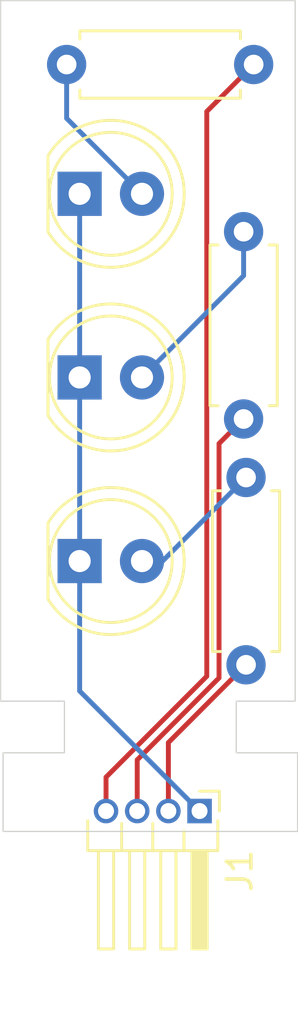
<source format=kicad_pcb>
(kicad_pcb (version 20241229) (generator "pcbnew") (generator_version "9.0")
  (layers (0 "F.Cu" signal) (2 "B.Cu" signal) (13 "F.Paste" user) (15 "B.Paste" user) (5 "F.SilkS" user "F.Silkscreen") (7 "B.SilkS" user "B.Silkscreen") (1 "F.Mask" user) (3 "B.Mask" user) (25 "Edge.Cuts" user))
  (net 0 "")
  (net 1 "Net-(D1-A)")
  (net 2 "Net-(D2-A)")
  (net 3 "Net-(D3-A)")
  (net 4 "Net-(D1-K)")
  (net 5 "Net-(J1-Pin_4)")
  (net 6 "Net-(J1-Pin_3)")
  (net 7 "Net-(J1-Pin_2)")
  (footprint "LED_THT:LED_D5.0mm_Clear" (layer "F.Cu") (at 54.72 73.33)
    (property "Reference" "D2" (hide yes))
    (property "Value" "LED" (hide yes))
    (fp_line (start -1.29 -1.545) (end -1.29 1.545) (stroke (width 0.12)) (layer "F.SilkS"))
    (fp_arc (start -1.29 -1.54483) (mid 2.071779 -2.880495) (end 4.26 0) (stroke (width 0.12)) (layer "F.SilkS"))
    (fp_arc (start 4.26 0) (mid 2.071779 2.880495) (end -1.29 1.54483) (stroke (width 0.12)) (layer "F.SilkS"))
    (fp_circle (center 1.27 0) (end 3.77 0) (stroke (width 0.12)) (fill no) (layer "F.SilkS"))
    (pad "1" thru_hole rect (at 0 0) (size 1.8 1.8) (drill 0.9) (layers "*.Cu" "*.Mask") (net 4 "Net-(D1-K)"))
    (pad "2" thru_hole circle (at 2.54 0) (size 1.8 1.8) (drill 0.9) (layers "*.Cu" "*.Mask") (net 2 "Net-(D2-A)"))
  )
  (footprint "Resistor_THT:R_Axial_DIN0207_L6.3mm_D2.5mm_P7.62mm_Horizontal" (layer "F.Cu") (at 61.4 67.4 -90)
    (property "Reference" "R2" (hide yes))
    (property "Value" "150" (hide yes))
    (fp_line (start 0.54 1.37) (end 7.08 1.37) (stroke (width 0.12)) (layer "F.SilkS"))
    (fp_line (start 7.08 1.37) (end 7.08 1.04) (stroke (width 0.12)) (layer "F.SilkS"))
    (fp_line (start 0.54 1.04) (end 0.54 1.37) (stroke (width 0.12)) (layer "F.SilkS"))
    (fp_line (start 0.54 -1.04) (end 0.54 -1.37) (stroke (width 0.12)) (layer "F.SilkS"))
    (fp_line (start 0.54 -1.37) (end 7.08 -1.37) (stroke (width 0.12)) (layer "F.SilkS"))
    (fp_line (start 7.08 -1.37) (end 7.08 -1.04) (stroke (width 0.12)) (layer "F.SilkS"))
    (pad "1" thru_hole circle (at 0 0 270) (size 1.6 1.6) (drill 0.8) (layers "*.Cu" "*.Mask") (net 2 "Net-(D2-A)"))
    (pad "2" thru_hole circle (at 7.62 0 270) (size 1.6 1.6) (drill 0.8) (layers "*.Cu" "*.Mask") (net 6 "Net-(J1-Pin_3)"))
  )
  (footprint "LED_THT:LED_D5.0mm_Clear" (layer "F.Cu") (at 54.72 65.86)
    (property "Reference" "D1" (hide yes))
    (property "Value" "LED" (hide yes))
    (fp_line (start -1.29 -1.545) (end -1.29 1.545) (stroke (width 0.12)) (layer "F.SilkS"))
    (fp_arc (start -1.29 -1.54483) (mid 2.071779 -2.880495) (end 4.26 0) (stroke (width 0.12)) (layer "F.SilkS"))
    (fp_arc (start 4.26 0) (mid 2.071779 2.880495) (end -1.29 1.54483) (stroke (width 0.12)) (layer "F.SilkS"))
    (fp_circle (center 1.27 0) (end 3.77 0) (stroke (width 0.12)) (fill no) (layer "F.SilkS"))
    (pad "1" thru_hole rect (at 0 0) (size 1.8 1.8) (drill 0.9) (layers "*.Cu" "*.Mask") (net 4 "Net-(D1-K)"))
    (pad "2" thru_hole circle (at 2.54 0) (size 1.8 1.8) (drill 0.9) (layers "*.Cu" "*.Mask") (net 1 "Net-(D1-A)"))
  )
  (footprint "Connector_PinHeader_1.27mm:PinHeader_1x04_P1.27mm_Horizontal" (layer "F.Cu") (at 59.605 90.97 -90)
    (property "Reference" "J1" (at 2.4325 -1.635 270) (layer "F.SilkS"))
    (property "Value" "Conn_01x04_Pin")
    (fp_line (start 1.61 4.555) (end 0.39 4.555) (stroke (width 0.12)) (layer "F.SilkS"))
    (fp_line (start 5.61 4.12) (end 1.61 4.12) (stroke (width 0.12)) (layer "F.SilkS"))
    (fp_line (start 1.61 3.5) (end 5.61 3.5) (stroke (width 0.12)) (layer "F.SilkS"))
    (fp_line (start 5.61 3.5) (end 5.61 4.12) (stroke (width 0.12)) (layer "F.SilkS"))
    (fp_line (start 0.502867 3.175) (end 1.61 3.175) (stroke (width 0.12)) (layer "F.SilkS"))
    (fp_line (start 5.61 2.85) (end 1.61 2.85) (stroke (width 0.12)) (layer "F.SilkS"))
    (fp_line (start 1.61 2.23) (end 5.61 2.23) (stroke (width 0.12)) (layer "F.SilkS"))
    (fp_line (start 5.61 2.23) (end 5.61 2.85) (stroke (width 0.12)) (layer "F.SilkS"))
    (fp_line (start 0.502867 1.905) (end 1.61 1.905) (stroke (width 0.12)) (layer "F.SilkS"))
    (fp_line (start 5.61 1.58) (end 1.61 1.58) (stroke (width 0.12)) (layer "F.SilkS"))
    (fp_line (start 1.61 0.96) (end 5.61 0.96) (stroke (width 0.12)) (layer "F.SilkS"))
    (fp_line (start 5.61 0.96) (end 5.61 1.58) (stroke (width 0.12)) (layer "F.SilkS"))
    (fp_line (start 0.81 0.635) (end 1.61 0.635) (stroke (width 0.12)) (layer "F.SilkS"))
    (fp_line (start -0.81 0) (end -0.81 -0.81) (stroke (width 0.12)) (layer "F.SilkS"))
    (fp_line (start 0.39 -0.745) (end 1.61 -0.745) (stroke (width 0.12)) (layer "F.SilkS"))
    (fp_line (start 1.61 -0.745) (end 1.61 4.555) (stroke (width 0.12)) (layer "F.SilkS"))
    (fp_line (start -0.81 -0.81) (end 0 -0.81) (stroke (width 0.12)) (layer "F.SilkS"))
    (fp_rect (start 1.61 -0.31) (end 5.61 0.31) (stroke (width 0.12)) (fill yes) (layer "F.SilkS"))
    (pad "1" thru_hole rect (at 0 0 270) (size 1 1) (drill 0.65) (layers "*.Cu" "*.Mask") (net 4 "Net-(D1-K)"))
    (pad "2" thru_hole circle (at 0 1.27 270) (size 1 1) (drill 0.65) (layers "*.Cu" "*.Mask") (net 7 "Net-(J1-Pin_2)"))
    (pad "3" thru_hole circle (at 0 2.54 270) (size 1 1) (drill 0.65) (layers "*.Cu" "*.Mask") (net 6 "Net-(J1-Pin_3)"))
    (pad "4" thru_hole circle (at 0 3.81 270) (size 1 1) (drill 0.65) (layers "*.Cu" "*.Mask") (net 5 "Net-(J1-Pin_4)"))
  )
  (footprint "Resistor_THT:R_Axial_DIN0207_L6.3mm_D2.5mm_P7.62mm_Horizontal" (layer "F.Cu") (at 54.19 60.6)
    (property "Reference" "R1" (hide yes))
    (property "Value" "150" (hide yes))
    (fp_line (start 0.54 -1.37) (end 7.08 -1.37) (stroke (width 0.12)) (layer "F.SilkS"))
    (fp_line (start 0.54 -1.04) (end 0.54 -1.37) (stroke (width 0.12)) (layer "F.SilkS"))
    (fp_line (start 0.54 1.04) (end 0.54 1.37) (stroke (width 0.12)) (layer "F.SilkS"))
    (fp_line (start 0.54 1.37) (end 7.08 1.37) (stroke (width 0.12)) (layer "F.SilkS"))
    (fp_line (start 7.08 -1.37) (end 7.08 -1.04) (stroke (width 0.12)) (layer "F.SilkS"))
    (fp_line (start 7.08 1.37) (end 7.08 1.04) (stroke (width 0.12)) (layer "F.SilkS"))
    (pad "1" thru_hole circle (at 0 0) (size 1.6 1.6) (drill 0.8) (layers "*.Cu" "*.Mask") (net 1 "Net-(D1-A)"))
    (pad "2" thru_hole circle (at 7.62 0) (size 1.6 1.6) (drill 0.8) (layers "*.Cu" "*.Mask") (net 5 "Net-(J1-Pin_4)"))
  )
  (footprint "LED_THT:LED_D5.0mm_Clear" (layer "F.Cu") (at 54.72 80.8)
    (property "Reference" "D3" (hide yes))
    (property "Value" "LED" (hide yes))
    (fp_line (start -1.29 -1.545) (end -1.29 1.545) (stroke (width 0.12)) (layer "F.SilkS"))
    (fp_arc (start -1.29 -1.54483) (mid 2.071779 -2.880495) (end 4.26 0) (stroke (width 0.12)) (layer "F.SilkS"))
    (fp_arc (start 4.26 0) (mid 2.071779 2.880495) (end -1.29 1.54483) (stroke (width 0.12)) (layer "F.SilkS"))
    (fp_circle (center 1.27 0) (end 3.77 0) (stroke (width 0.12)) (fill no) (layer "F.SilkS"))
    (pad "1" thru_hole rect (at 0 0) (size 1.8 1.8) (drill 0.9) (layers "*.Cu" "*.Mask") (net 4 "Net-(D1-K)"))
    (pad "2" thru_hole circle (at 2.54 0) (size 1.8 1.8) (drill 0.9) (layers "*.Cu" "*.Mask") (net 3 "Net-(D3-A)"))
  )
  (footprint "Resistor_THT:R_Axial_DIN0207_L6.3mm_D2.5mm_P7.62mm_Horizontal" (layer "F.Cu") (at 61.5 77.4 -90)
    (property "Reference" "R3" (hide yes))
    (property "Value" "150" (hide yes))
    (fp_line (start 0.54 1.37) (end 7.08 1.37) (stroke (width 0.12)) (layer "F.SilkS"))
    (fp_line (start 7.08 1.37) (end 7.08 1.04) (stroke (width 0.12)) (layer "F.SilkS"))
    (fp_line (start 0.54 1.04) (end 0.54 1.37) (stroke (width 0.12)) (layer "F.SilkS"))
    (fp_line (start 0.54 -1.04) (end 0.54 -1.37) (stroke (width 0.12)) (layer "F.SilkS"))
    (fp_line (start 0.54 -1.37) (end 7.08 -1.37) (stroke (width 0.12)) (layer "F.SilkS"))
    (fp_line (start 7.08 -1.37) (end 7.08 -1.04) (stroke (width 0.12)) (layer "F.SilkS"))
    (pad "1" thru_hole circle (at 0 0 270) (size 1.6 1.6) (drill 0.8) (layers "*.Cu" "*.Mask") (net 3 "Net-(D3-A)"))
    (pad "2" thru_hole circle (at 7.62 0 270) (size 1.6 1.6) (drill 0.8) (layers "*.Cu" "*.Mask") (net 7 "Net-(J1-Pin_2)"))
  )
  (gr_line (start 51.6 88.6) (end 51.6 91.8) (stroke (width 0.05)) (layer "Edge.Cuts"))
  (gr_line (start 63.6 88.6) (end 61.1 88.6) (stroke (width 0.05)) (layer "Edge.Cuts"))
  (gr_line (start 61.1 88.6) (end 61.1 86.5) (stroke (width 0.05)) (layer "Edge.Cuts"))
  (gr_line (start 61.1 86.5) (end 63.5 86.5) (stroke (width 0.05)) (layer "Edge.Cuts"))
  (gr_line (start 51.5 86.5) (end 54.1 86.5) (stroke (width 0.05)) (layer "Edge.Cuts"))
  (gr_line (start 63.6 91.8) (end 51.6 91.8) (stroke (width 0.05)) (layer "Edge.Cuts"))
  (gr_line (start 63.5 86.5) (end 63.5 58) (stroke (width 0.05)) (layer "Edge.Cuts"))
  (gr_line (start 63.5 58) (end 51.5 58) (stroke (width 0.05)) (layer "Edge.Cuts"))
  (gr_line (start 63.6 91.8) (end 63.6 88.6) (stroke (width 0.05)) (layer "Edge.Cuts"))
  (gr_line (start 51.6 88.6) (end 54.1 88.6) (stroke (width 0.05)) (layer "Edge.Cuts"))
  (gr_line (start 54.1 86.5) (end 54.1 88.6) (stroke (width 0.05)) (layer "Edge.Cuts"))
  (gr_line (start 51.5 58) (end 51.5 86.5) (stroke (width 0.05)) (layer "Edge.Cuts"))
  (segment (start 54.19 62.79) (end 57.26 65.86) (width 0.2) (layer "B.Cu") (net 1))
  (segment (start 54.19 60.6) (end 54.19 62.79) (width 0.2) (layer "B.Cu") (net 1))
  (segment (start 61.4 69.19) (end 57.26 73.33) (width 0.2) (layer "B.Cu") (net 2))
  (segment (start 61.4 67.4) (end 61.4 69.19) (width 0.2) (layer "B.Cu") (net 2))
  (segment (start 58.1 80.8) (end 57.26 80.8) (width 0.2) (layer "B.Cu") (net 3))
  (segment (start 61.5 77.4) (end 58.1 80.8) (width 0.2) (layer "B.Cu") (net 3))
  (segment (start 54.72 80.8) (end 54.72 86.085) (width 0.2) (layer "B.Cu") (net 4))
  (segment (start 54.72 80.8) (end 54.72 73.33) (width 0.2) (layer "B.Cu") (net 4))
  (segment (start 54.72 73.33) (end 54.72 65.86) (width 0.2) (layer "B.Cu") (net 4))
  (segment (start 54.72 86.085) (end 59.605 90.97) (width 0.2) (layer "B.Cu") (net 4))
  (segment (start 55.795 89.5908) (end 55.795 90.97) (width 0.2) (layer "F.Cu") (net 5))
  (segment (start 61.81 60.6) (end 59.9 62.51) (width 0.2) (layer "F.Cu") (net 5))
  (segment (start 59.9 85.4858) (end 55.795 89.5908) (width 0.2) (layer "F.Cu") (net 5))
  (segment (start 59.9 62.51) (end 59.9 85.4858) (width 0.2) (layer "F.Cu") (net 5))
  (segment (start 61.4 75.02) (end 60.399 76.021) (width 0.2) (layer "F.Cu") (net 6))
  (segment (start 60.399 76.021) (end 60.399 85.5539) (width 0.2) (layer "F.Cu") (net 6))
  (segment (start 60.399 85.5539) (end 57.065 88.8879) (width 0.2) (layer "F.Cu") (net 6))
  (segment (start 57.065 88.8879) (end 57.065 90.97) (width 0.2) (layer "F.Cu") (net 6))
  (segment (start 61.5 85.02) (end 58.335 88.185) (width 0.2) (layer "F.Cu") (net 7))
  (segment (start 58.335 88.185) (end 58.335 90.97) (width 0.2) (layer "F.Cu") (net 7))
)
</source>
